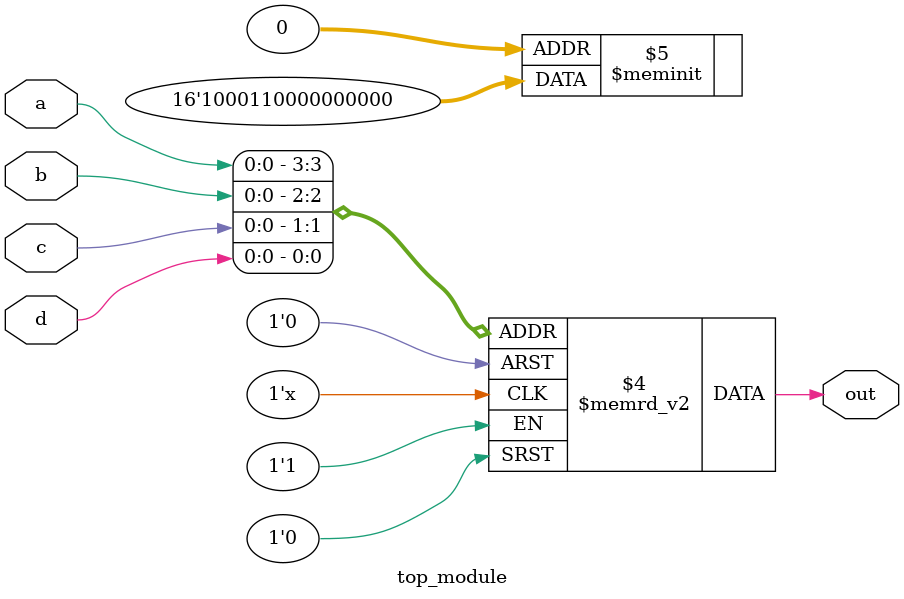
<source format=sv>
module top_module (
  input a, 
  input b,
  input c,
  input d,
  output reg out
);

  always @(*) begin
    case ({a,b,c,d})
      4'b0000: out = 1'b0;
      4'b0001: out = 1'b0;
      4'b0010: out = 1'b0;
      4'b0011: out = 1'b0;
      4'b0100: out = 1'b0;
      4'b0101: out = 1'b0;
      4'b0110: out = 1'b0;
      4'b0111: out = 1'b0;
      4'b1000: out = 1'b0;
      4'b1001: out = 1'b0;
      4'b1010: out = 1'b1;  // Fix the output for this case
      4'b1011: out = 1'b1;
      4'b1100: out = 1'b0;
      4'b1101: out = 1'b0;
      4'b1110: out = 1'b0;
      4'b1111: out = 1'b1;
      default: out = 1'b0;
    endcase
  end

endmodule

</source>
